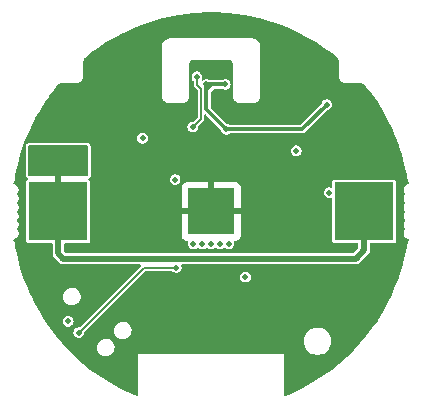
<source format=gbr>
%TF.GenerationSoftware,KiCad,Pcbnew,7.0.6-7.0.6~ubuntu23.04.1*%
%TF.CreationDate,2023-08-08T21:58:14-04:00*%
%TF.ProjectId,EnviroPuck,456e7669-726f-4507-9563-6b2e6b696361,rev?*%
%TF.SameCoordinates,Original*%
%TF.FileFunction,Copper,L4,Bot*%
%TF.FilePolarity,Positive*%
%FSLAX46Y46*%
G04 Gerber Fmt 4.6, Leading zero omitted, Abs format (unit mm)*
G04 Created by KiCad (PCBNEW 7.0.6-7.0.6~ubuntu23.04.1) date 2023-08-08 21:58:14*
%MOMM*%
%LPD*%
G01*
G04 APERTURE LIST*
%TA.AperFunction,SMDPad,CuDef*%
%ADD10R,5.000000X5.000000*%
%TD*%
%TA.AperFunction,SMDPad,CuDef*%
%ADD11R,4.000000X4.000000*%
%TD*%
%TA.AperFunction,ViaPad*%
%ADD12C,0.500000*%
%TD*%
%TA.AperFunction,Conductor*%
%ADD13C,0.150000*%
%TD*%
%TA.AperFunction,Conductor*%
%ADD14C,0.300000*%
%TD*%
%TA.AperFunction,Conductor*%
%ADD15C,0.550000*%
%TD*%
G04 APERTURE END LIST*
D10*
%TO.P,BT1,1,+*%
%TO.N,Net-(BT1-+)*%
X12950000Y0D03*
X-12950000Y0D03*
D11*
%TO.P,BT1,2,-*%
%TO.N,GND*%
X0Y0D03*
%TD*%
D12*
%TO.N,GND*%
X-13000000Y-5000000D03*
X13000000Y-5000000D03*
X13000000Y5000000D03*
%TO.N,/~{RST}*%
X-11200000Y-10250000D03*
X-2950000Y-4750000D03*
%TO.N,GND*%
X-10250000Y-11050000D03*
%TO.N,+BATT*%
X-12100000Y-9300000D03*
%TO.N,GND*%
X4050000Y5650000D03*
X1550000Y5650000D03*
%TO.N,/VDD_BME680*%
X9800000Y9050000D03*
%TO.N,GND*%
X8150000Y5150000D03*
%TO.N,+BATT*%
X7200000Y5150000D03*
%TO.N,GND*%
X7850000Y11100000D03*
X2200000Y8700000D03*
%TO.N,/VDD_BME680*%
X1300000Y6950000D03*
X1200000Y10750000D03*
X-400000Y10750000D03*
%TO.N,GND*%
X400000Y11400000D03*
%TO.N,/MISO*%
X-1200000Y11400000D03*
X-1550000Y7150000D03*
%TO.N,+BATT*%
X2900000Y-5550000D03*
%TO.N,GND*%
X6050000Y-950000D03*
X-5800000Y-950000D03*
%TO.N,+BATT*%
X10000498Y1600000D03*
%TO.N,GND*%
X6150000Y-10750000D03*
X6150000Y-11550000D03*
X-5750000Y-11550000D03*
%TO.N,+BATT*%
X-3050000Y2700000D03*
%TO.N,GND*%
X-6000000Y1300000D03*
%TO.N,+BATT*%
X-5800000Y6200000D03*
%TO.N,GND*%
X-5800000Y4300000D03*
%TO.N,Net-(BT1-+)*%
X-13000000Y4000000D03*
X-14000000Y4000000D03*
X-15000000Y4000000D03*
X-15000000Y5000000D03*
X-11000000Y5000000D03*
X-11000000Y4000000D03*
X-12000000Y4000000D03*
X-12000000Y5000000D03*
X-13000000Y5000000D03*
X-14000000Y5000000D03*
%TO.N,*%
X1500000Y-2750000D03*
X750000Y-2750000D03*
X0Y-2750000D03*
X-750000Y-2750000D03*
X-1500000Y-2750000D03*
%TD*%
D13*
%TO.N,/MISO*%
X-1550000Y7150000D02*
X-850000Y7850000D01*
X-1200000Y10700000D02*
X-1200000Y11400000D01*
X-850000Y7850000D02*
X-850000Y10350000D01*
X-850000Y10350000D02*
X-1200000Y10700000D01*
%TO.N,/~{RST}*%
X-5700000Y-4750000D02*
X-11200000Y-10250000D01*
X-2950000Y-4750000D02*
X-5700000Y-4750000D01*
D14*
%TO.N,/VDD_BME680*%
X9800000Y9050000D02*
X7700000Y6950000D01*
X7700000Y6950000D02*
X1300000Y6950000D01*
X200000Y10750000D02*
X1200000Y10750000D01*
X100000Y10750000D02*
X-400000Y10250000D01*
X-400000Y10750000D02*
X200000Y10750000D01*
X-400000Y8650000D02*
X-400000Y10250000D01*
X-400000Y10250000D02*
X-400000Y10750000D01*
X200000Y10750000D02*
X100000Y10750000D01*
X1300000Y6950000D02*
X-400000Y8650000D01*
D15*
%TO.N,Net-(BT1-+)*%
X-12950000Y0D02*
X-12950000Y-3550000D01*
X-12950000Y-3550000D02*
X-12500000Y-4000000D01*
X12950000Y-3300000D02*
X12950000Y0D01*
X-12500000Y-4000000D02*
X12250000Y-4000000D01*
X12250000Y-4000000D02*
X12950000Y-3300000D01*
%TD*%
%TA.AperFunction,Conductor*%
%TO.N,Net-(BT1-+)*%
G36*
X-10426434Y5582687D02*
G01*
X-10401124Y5538850D01*
X-10400000Y5526000D01*
X-10400000Y3074000D01*
X-10417313Y3026434D01*
X-10461150Y3001124D01*
X-10474000Y3000000D01*
X-12700000Y3000000D01*
X-12700000Y0D01*
X-13200000Y0D01*
X-13200000Y3000000D01*
X-15426000Y3000000D01*
X-15473566Y3017313D01*
X-15498876Y3061150D01*
X-15500000Y3074000D01*
X-15500000Y5526000D01*
X-15482687Y5573566D01*
X-15438850Y5598876D01*
X-15426000Y5600000D01*
X-10474000Y5600000D01*
X-10426434Y5582687D01*
G37*
%TD.AperFunction*%
%TD*%
%TA.AperFunction,Conductor*%
%TO.N,GND*%
G36*
X408031Y16844493D02*
G01*
X1219603Y16805238D01*
X1221378Y16805110D01*
X1470365Y16780966D01*
X2030106Y16726689D01*
X2031840Y16726479D01*
X2835880Y16609072D01*
X2837590Y16608780D01*
X3635007Y16452666D01*
X3636679Y16452296D01*
X4425644Y16257834D01*
X4427307Y16257381D01*
X5147077Y16042597D01*
X5205913Y16025040D01*
X5207591Y16024496D01*
X5974071Y15754807D01*
X5975703Y15754188D01*
X6728253Y15447785D01*
X6729851Y15447089D01*
X7098302Y15275880D01*
X7466732Y15104680D01*
X7468335Y15103887D01*
X8187765Y14726302D01*
X8189328Y14725433D01*
X8889682Y14313525D01*
X8891189Y14312590D01*
X9570832Y13867323D01*
X9572281Y13866323D01*
X10229653Y13388715D01*
X10231033Y13387660D01*
X10649971Y13051195D01*
X10649978Y13051188D01*
X10654392Y13047644D01*
X10654393Y13047642D01*
X10672466Y13033129D01*
X10674263Y13031685D01*
X10679556Y13027433D01*
X10682627Y13024671D01*
X10730278Y12976736D01*
X10740539Y12963801D01*
X10773064Y12911788D01*
X10780201Y12896899D01*
X10800381Y12838976D01*
X10804040Y12822877D01*
X10811587Y12755583D01*
X10811817Y12751453D01*
X10811813Y12710721D01*
X10811818Y12710678D01*
X10811818Y11471471D01*
X10811863Y11470772D01*
X10811858Y11420089D01*
X10844458Y11277184D01*
X10844462Y11277173D01*
X10908051Y11145101D01*
X10908053Y11145097D01*
X10979071Y11056033D01*
X10999441Y11030487D01*
X11114045Y10939086D01*
X11114050Y10939084D01*
X11114051Y10939083D01*
X11246108Y10875485D01*
X11246112Y10875484D01*
X11246116Y10875482D01*
X11389029Y10842865D01*
X11462323Y10842867D01*
X12727073Y10842867D01*
X12731111Y10842647D01*
X12796705Y10835446D01*
X12812416Y10831960D01*
X12869154Y10812689D01*
X12883741Y10805885D01*
X12934960Y10774797D01*
X12947734Y10764993D01*
X12961024Y10752270D01*
X12991026Y10723547D01*
X12995726Y10719048D01*
X12998486Y10716100D01*
X13136421Y10551690D01*
X13137475Y10550374D01*
X13630947Y9904580D01*
X13631998Y9903133D01*
X14093552Y9234457D01*
X14094532Y9232961D01*
X14523243Y8542766D01*
X14524150Y8541224D01*
X14919016Y7831114D01*
X14919847Y7829531D01*
X15279944Y7101178D01*
X15280698Y7099556D01*
X15605184Y6354657D01*
X15605858Y6353001D01*
X15893975Y5593298D01*
X15894569Y5591611D01*
X15926296Y5493966D01*
X16117943Y4904135D01*
X16145641Y4818891D01*
X16146150Y4817185D01*
X16359981Y4031825D01*
X16585751Y3043247D01*
X16597646Y2991165D01*
X16599503Y2974689D01*
X16599503Y2899342D01*
X16634459Y2701093D01*
X16700464Y2519747D01*
X16703312Y2511922D01*
X16713891Y2493598D01*
X16739363Y2449480D01*
X16748153Y2399630D01*
X16722843Y2355793D01*
X16685810Y2339233D01*
X16657544Y2335169D01*
X16526626Y2275380D01*
X16417860Y2181135D01*
X16417855Y2181128D01*
X16340047Y2060058D01*
X16340046Y2060054D01*
X16299500Y1921968D01*
X16299500Y1778039D01*
X16340046Y1639953D01*
X16340047Y1639949D01*
X16417127Y1520011D01*
X16428279Y1470636D01*
X16417127Y1439997D01*
X16340048Y1320058D01*
X16340046Y1320054D01*
X16299500Y1181968D01*
X16299500Y1038039D01*
X16340046Y899953D01*
X16340047Y899950D01*
X16340048Y899949D01*
X16417127Y780010D01*
X16428279Y730635D01*
X16417127Y699996D01*
X16340048Y580058D01*
X16340046Y580054D01*
X16299500Y441968D01*
X16299500Y298039D01*
X16313606Y250000D01*
X16340047Y159950D01*
X16340048Y159949D01*
X16417127Y40010D01*
X16428279Y-9365D01*
X16417127Y-40004D01*
X16340048Y-159942D01*
X16340046Y-159946D01*
X16299500Y-298032D01*
X16299500Y-441961D01*
X16340046Y-580047D01*
X16340047Y-580050D01*
X16340048Y-580051D01*
X16417127Y-699990D01*
X16428279Y-749365D01*
X16417127Y-780004D01*
X16340048Y-899942D01*
X16340046Y-899946D01*
X16299500Y-1038032D01*
X16299500Y-1181961D01*
X16340046Y-1320047D01*
X16340047Y-1320051D01*
X16417127Y-1439989D01*
X16428279Y-1489364D01*
X16417127Y-1520003D01*
X16340048Y-1639942D01*
X16340046Y-1639946D01*
X16299500Y-1778032D01*
X16299500Y-1921961D01*
X16340046Y-2060047D01*
X16340047Y-2060051D01*
X16381260Y-2124179D01*
X16417857Y-2181125D01*
X16417859Y-2181126D01*
X16417860Y-2181128D01*
X16488211Y-2242087D01*
X16526627Y-2275374D01*
X16657543Y-2335162D01*
X16676804Y-2337931D01*
X16685808Y-2339226D01*
X16730426Y-2363132D01*
X16749240Y-2410125D01*
X16739363Y-2449473D01*
X16703308Y-2511922D01*
X16634457Y-2701089D01*
X16599500Y-2899337D01*
X16599499Y-2899345D01*
X16599499Y-2974686D01*
X16597642Y-2991160D01*
X16359982Y-4031821D01*
X16146153Y-4817175D01*
X16145641Y-4818889D01*
X15894569Y-5591609D01*
X15893975Y-5593296D01*
X15605858Y-6352999D01*
X15605184Y-6354655D01*
X15280698Y-7099554D01*
X15279944Y-7101176D01*
X14919847Y-7829529D01*
X14919016Y-7831112D01*
X14524150Y-8541222D01*
X14523243Y-8542764D01*
X14094532Y-9232959D01*
X14093552Y-9234455D01*
X13631998Y-9903131D01*
X13630947Y-9904578D01*
X13137631Y-10550167D01*
X13136511Y-10551562D01*
X12612584Y-11172562D01*
X12611398Y-11173900D01*
X12058057Y-11768884D01*
X12056808Y-11770164D01*
X11475392Y-12337698D01*
X11474082Y-12338916D01*
X10865902Y-12877716D01*
X10864535Y-12878869D01*
X10231044Y-13387650D01*
X10229622Y-13388736D01*
X9572304Y-13866305D01*
X9570832Y-13867321D01*
X8891201Y-14312580D01*
X8889682Y-14313523D01*
X8189328Y-14725431D01*
X8187765Y-14726300D01*
X7468335Y-15103885D01*
X7466732Y-15104678D01*
X6729872Y-15447078D01*
X6728232Y-15447792D01*
X6301905Y-15621373D01*
X6251322Y-15623275D01*
X6211350Y-15592218D01*
X6200000Y-15552836D01*
X6200000Y-12100000D01*
X-6200000Y-12100000D01*
X-6200000Y-15552835D01*
X-6217313Y-15600401D01*
X-6261150Y-15625711D01*
X-6301905Y-15621372D01*
X-6728240Y-15447789D01*
X-6729880Y-15447075D01*
X-7466734Y-15104678D01*
X-7468337Y-15103885D01*
X-8187753Y-14726307D01*
X-8189316Y-14725438D01*
X-8889676Y-14313529D01*
X-8891195Y-14312586D01*
X-9570844Y-13867315D01*
X-9572307Y-13866305D01*
X-10229638Y-13388726D01*
X-10231034Y-13387658D01*
X-10864538Y-12878869D01*
X-10865905Y-12877716D01*
X-11474084Y-12338916D01*
X-11475381Y-12337710D01*
X-12056817Y-11770157D01*
X-12058059Y-11768884D01*
X-12254060Y-11558133D01*
X-9671976Y-11558133D01*
X-9641701Y-11729826D01*
X-9572649Y-11889909D01*
X-9572648Y-11889910D01*
X-9468537Y-12029755D01*
X-9397125Y-12089677D01*
X-9334986Y-12141819D01*
X-9334985Y-12141819D01*
X-9334983Y-12141821D01*
X-9179184Y-12220066D01*
X-9009540Y-12260272D01*
X-8878933Y-12260272D01*
X-8749205Y-12245109D01*
X-8585376Y-12185480D01*
X-8439715Y-12089677D01*
X-8320073Y-11962865D01*
X-8232902Y-11811879D01*
X-8182900Y-11644860D01*
X-8172762Y-11470812D01*
X-8203037Y-11299118D01*
X-8272090Y-11139034D01*
X-8375595Y-11000003D01*
X7844571Y-11000003D01*
X7864242Y-11212303D01*
X7864243Y-11212309D01*
X7922593Y-11417383D01*
X7922596Y-11417393D01*
X8017632Y-11608252D01*
X8017636Y-11608258D01*
X8062813Y-11668082D01*
X8146128Y-11778407D01*
X8303698Y-11922052D01*
X8484981Y-12034298D01*
X8683802Y-12111321D01*
X8893390Y-12150500D01*
X9106610Y-12150500D01*
X9316198Y-12111321D01*
X9515019Y-12034298D01*
X9696302Y-11922052D01*
X9853872Y-11778407D01*
X9982366Y-11608255D01*
X10077405Y-11417389D01*
X10135756Y-11212310D01*
X10142547Y-11139030D01*
X10155429Y-11000003D01*
X10155429Y-10999996D01*
X10135757Y-10787696D01*
X10135756Y-10787690D01*
X10117553Y-10723713D01*
X10077405Y-10582611D01*
X10061945Y-10551563D01*
X9982367Y-10391747D01*
X9982363Y-10391741D01*
X9969746Y-10375034D01*
X9853872Y-10221593D01*
X9696302Y-10077948D01*
X9515019Y-9965702D01*
X9360989Y-9906031D01*
X9316201Y-9888680D01*
X9316200Y-9888679D01*
X9316198Y-9888679D01*
X9224150Y-9871472D01*
X9106613Y-9849500D01*
X9106610Y-9849500D01*
X8893390Y-9849500D01*
X8893386Y-9849500D01*
X8736669Y-9878796D01*
X8683802Y-9888679D01*
X8683800Y-9888679D01*
X8683798Y-9888680D01*
X8532627Y-9947244D01*
X8484981Y-9965702D01*
X8484976Y-9965704D01*
X8484976Y-9965705D01*
X8303700Y-10077946D01*
X8146130Y-10221590D01*
X8017636Y-10391741D01*
X8017632Y-10391747D01*
X7922596Y-10582606D01*
X7922593Y-10582616D01*
X7864243Y-10787690D01*
X7864242Y-10787696D01*
X7844571Y-10999996D01*
X7844571Y-11000003D01*
X-8375595Y-11000003D01*
X-8376201Y-10999189D01*
X-8447615Y-10939265D01*
X-8509753Y-10887124D01*
X-8665554Y-10808878D01*
X-8665558Y-10808877D01*
X-8835198Y-10768672D01*
X-8965805Y-10768672D01*
X-9095534Y-10783835D01*
X-9095538Y-10783836D01*
X-9259360Y-10843462D01*
X-9405022Y-10939265D01*
X-9524666Y-11066080D01*
X-9611836Y-11217064D01*
X-9611838Y-11217068D01*
X-9661837Y-11384077D01*
X-9661838Y-11384083D01*
X-9661838Y-11384084D01*
X-9668550Y-11499324D01*
X-9671976Y-11558133D01*
X-12254060Y-11558133D01*
X-12611400Y-11173900D01*
X-12612565Y-11172585D01*
X-13136524Y-10551550D01*
X-13137633Y-10550168D01*
X-13630956Y-9904567D01*
X-13632007Y-9903121D01*
X-14048313Y-9300000D01*
X-12555133Y-9300000D01*
X-12536698Y-9428223D01*
X-12536698Y-9428224D01*
X-12536697Y-9428226D01*
X-12482882Y-9546063D01*
X-12398049Y-9643967D01*
X-12289069Y-9714004D01*
X-12164772Y-9750500D01*
X-12035228Y-9750500D01*
X-11910931Y-9714004D01*
X-11801951Y-9643967D01*
X-11717118Y-9546063D01*
X-11663303Y-9428226D01*
X-11644867Y-9300000D01*
X-11663303Y-9171774D01*
X-11717118Y-9053937D01*
X-11801951Y-8956033D01*
X-11868968Y-8912964D01*
X-11910932Y-8885995D01*
X-12035228Y-8849500D01*
X-12164772Y-8849500D01*
X-12289069Y-8885995D01*
X-12398046Y-8956031D01*
X-12398050Y-8956034D01*
X-12482881Y-9053935D01*
X-12536698Y-9171776D01*
X-12555133Y-9300000D01*
X-14048313Y-9300000D01*
X-14093558Y-9234451D01*
X-14094538Y-9232955D01*
X-14132540Y-9171774D01*
X-14523244Y-8542764D01*
X-14524147Y-8541229D01*
X-14919022Y-7831105D01*
X-14919853Y-7829522D01*
X-15207550Y-7247610D01*
X-12545658Y-7247610D01*
X-12515383Y-7419303D01*
X-12446331Y-7579386D01*
X-12446330Y-7579387D01*
X-12342219Y-7719232D01*
X-12270807Y-7779154D01*
X-12208668Y-7831296D01*
X-12208667Y-7831296D01*
X-12208665Y-7831298D01*
X-12052866Y-7909543D01*
X-11883222Y-7949749D01*
X-11752615Y-7949749D01*
X-11622887Y-7934586D01*
X-11459058Y-7874957D01*
X-11313397Y-7779154D01*
X-11193755Y-7652342D01*
X-11106584Y-7501356D01*
X-11056582Y-7334337D01*
X-11046444Y-7160289D01*
X-11076719Y-6988595D01*
X-11145772Y-6828511D01*
X-11249883Y-6688666D01*
X-11321297Y-6628742D01*
X-11383435Y-6576601D01*
X-11539236Y-6498355D01*
X-11539240Y-6498354D01*
X-11708880Y-6458149D01*
X-11839487Y-6458149D01*
X-11969216Y-6473312D01*
X-11969220Y-6473313D01*
X-12133042Y-6532939D01*
X-12278704Y-6628742D01*
X-12398348Y-6755557D01*
X-12485518Y-6906541D01*
X-12485520Y-6906545D01*
X-12535519Y-7073554D01*
X-12535520Y-7073560D01*
X-12535520Y-7073561D01*
X-12537128Y-7101176D01*
X-12545658Y-7247610D01*
X-15207550Y-7247610D01*
X-15279946Y-7101177D01*
X-15280700Y-7099555D01*
X-15329035Y-6988595D01*
X-15605192Y-6354639D01*
X-15605855Y-6353012D01*
X-15893977Y-5593296D01*
X-15894565Y-5591628D01*
X-16145651Y-4818863D01*
X-16146144Y-4817214D01*
X-16359978Y-4031840D01*
X-16475843Y-3524500D01*
X-16597643Y-2991173D01*
X-16599500Y-2974697D01*
X-16599500Y-2899345D01*
X-16599501Y-2899337D01*
X-16634458Y-2701088D01*
X-16638906Y-2688867D01*
X-16703311Y-2511918D01*
X-16739364Y-2449473D01*
X-16748153Y-2399625D01*
X-16722843Y-2355788D01*
X-16685808Y-2339228D01*
X-16657543Y-2335165D01*
X-16526627Y-2275377D01*
X-16417857Y-2181128D01*
X-16340047Y-2060053D01*
X-16299501Y-1921963D01*
X-16299500Y-1921963D01*
X-16299500Y-1778036D01*
X-16299501Y-1778035D01*
X-16308789Y-1746403D01*
X-16340047Y-1639947D01*
X-16417128Y-1520006D01*
X-16428280Y-1470631D01*
X-16417131Y-1439997D01*
X-16340047Y-1320053D01*
X-16299501Y-1181963D01*
X-16299500Y-1181963D01*
X-16299500Y-1038036D01*
X-16299501Y-1038035D01*
X-16308789Y-1006403D01*
X-16340047Y-899947D01*
X-16417129Y-780005D01*
X-16428280Y-730632D01*
X-16417128Y-699993D01*
X-16340048Y-580054D01*
X-16340049Y-580054D01*
X-16340047Y-580053D01*
X-16299501Y-441963D01*
X-16299500Y-441963D01*
X-16299500Y-298036D01*
X-16299501Y-298035D01*
X-16313605Y-250000D01*
X-16340047Y-159947D01*
X-16417129Y-40005D01*
X-16428280Y9368D01*
X-16417128Y40007D01*
X-16340048Y159946D01*
X-16340049Y159946D01*
X-16340047Y159947D01*
X-16299501Y298037D01*
X-16299500Y298037D01*
X-16299500Y441964D01*
X-16299501Y441965D01*
X-16308789Y473597D01*
X-16340047Y580053D01*
X-16417129Y699995D01*
X-16428280Y749368D01*
X-16417128Y780007D01*
X-16340048Y899946D01*
X-16340049Y899946D01*
X-16340047Y899947D01*
X-16299501Y1038037D01*
X-16299500Y1038037D01*
X-16299500Y1181964D01*
X-16299501Y1181965D01*
X-16321250Y1256035D01*
X-16340047Y1320053D01*
X-16417128Y1439994D01*
X-16428280Y1489369D01*
X-16417131Y1520003D01*
X-16340047Y1639947D01*
X-16299501Y1778037D01*
X-16299500Y1778037D01*
X-16299500Y1921964D01*
X-16299501Y1921965D01*
X-16326526Y2014004D01*
X-16340047Y2060053D01*
X-16417857Y2181128D01*
X-16417860Y2181131D01*
X-16417861Y2181132D01*
X-16526627Y2275377D01*
X-16566676Y2293667D01*
X-16657543Y2335165D01*
X-16657545Y2335166D01*
X-16657546Y2335166D01*
X-16685808Y2339229D01*
X-16730426Y2363135D01*
X-16749240Y2410128D01*
X-16739363Y2449475D01*
X-16703309Y2511921D01*
X-16634457Y2701092D01*
X-16599500Y2899344D01*
X-16599500Y2974690D01*
X-16597643Y2991165D01*
X-16585750Y3043239D01*
X-16579749Y3069518D01*
X-15705500Y3069518D01*
X-15705109Y3060559D01*
X-15703595Y3043247D01*
X-15703593Y3043239D01*
X-15676843Y2958398D01*
X-15676842Y2958396D01*
X-15651531Y2914558D01*
X-15620681Y2873829D01*
X-15620680Y2873829D01*
X-15620678Y2873826D01*
X-15543853Y2824207D01*
X-15539835Y2822745D01*
X-15501056Y2790210D01*
X-15492263Y2740361D01*
X-15517570Y2696522D01*
X-15524026Y2691678D01*
X-15594552Y2644552D01*
X-15594553Y2644551D01*
X-15638867Y2578233D01*
X-15650500Y2519747D01*
X-15650500Y-2519746D01*
X-15638867Y-2578232D01*
X-15621154Y-2604740D01*
X-15594552Y-2644552D01*
X-15550440Y-2674027D01*
X-15528233Y-2688866D01*
X-15528232Y-2688866D01*
X-15528231Y-2688867D01*
X-15469748Y-2700500D01*
X-13499500Y-2700500D01*
X-13451934Y-2717813D01*
X-13426624Y-2761650D01*
X-13425500Y-2774500D01*
X-13425500Y-3490915D01*
X-13427191Y-3506644D01*
X-13429167Y-3515724D01*
X-13429167Y-3515729D01*
X-13425594Y-3565687D01*
X-13425500Y-3568309D01*
X-13425500Y-3584012D01*
X-13423266Y-3599555D01*
X-13422984Y-3602179D01*
X-13419412Y-3652112D01*
X-13419412Y-3652113D01*
X-13416166Y-3660816D01*
X-13412255Y-3676138D01*
X-13410932Y-3685337D01*
X-13410929Y-3685349D01*
X-13390132Y-3730888D01*
X-13389121Y-3733328D01*
X-13371630Y-3780225D01*
X-13371629Y-3780226D01*
X-13366058Y-3787669D01*
X-13357989Y-3801268D01*
X-13354130Y-3809718D01*
X-13321346Y-3847553D01*
X-13319689Y-3849610D01*
X-13310279Y-3862180D01*
X-13310277Y-3862182D01*
X-13299176Y-3873283D01*
X-13297375Y-3875218D01*
X-13264593Y-3913052D01*
X-13264591Y-3913053D01*
X-13264589Y-3913055D01*
X-13256775Y-3918077D01*
X-13244456Y-3928003D01*
X-12878005Y-4294454D01*
X-12868079Y-4306772D01*
X-12863059Y-4314583D01*
X-12863055Y-4314589D01*
X-12825210Y-4347382D01*
X-12823285Y-4349174D01*
X-12812179Y-4360280D01*
X-12799612Y-4369687D01*
X-12797554Y-4371346D01*
X-12764321Y-4400141D01*
X-12759718Y-4404130D01*
X-12751268Y-4407989D01*
X-12737667Y-4416059D01*
X-12733144Y-4419445D01*
X-12730228Y-4421628D01*
X-12730227Y-4421628D01*
X-12730226Y-4421629D01*
X-12683296Y-4439132D01*
X-12680893Y-4440128D01*
X-12635342Y-4460931D01*
X-12626143Y-4462253D01*
X-12610814Y-4466166D01*
X-12602115Y-4469411D01*
X-12552165Y-4472983D01*
X-12549588Y-4473260D01*
X-12536189Y-4475186D01*
X-12534019Y-4475499D01*
X-12534017Y-4475499D01*
X-12534011Y-4475500D01*
X-12518310Y-4475500D01*
X-12515689Y-4475593D01*
X-12465729Y-4479167D01*
X-12460086Y-4477939D01*
X-12456645Y-4477191D01*
X-12440915Y-4475500D01*
X-5993769Y-4475500D01*
X-5946203Y-4492813D01*
X-5920893Y-4536650D01*
X-5929683Y-4586500D01*
X-5941443Y-4601826D01*
X-11117442Y-9777826D01*
X-11163318Y-9799218D01*
X-11169768Y-9799500D01*
X-11264772Y-9799500D01*
X-11389069Y-9835995D01*
X-11498046Y-9906031D01*
X-11498050Y-9906034D01*
X-11582881Y-10003935D01*
X-11636698Y-10121776D01*
X-11655133Y-10250000D01*
X-11636698Y-10378223D01*
X-11636698Y-10378224D01*
X-11636697Y-10378226D01*
X-11582882Y-10496063D01*
X-11498049Y-10593967D01*
X-11389069Y-10664004D01*
X-11264772Y-10700500D01*
X-11135228Y-10700500D01*
X-11010931Y-10664004D01*
X-10901951Y-10593967D01*
X-10817118Y-10496063D01*
X-10763303Y-10378226D01*
X-10744867Y-10250000D01*
X-10747832Y-10229381D01*
X-10737465Y-10179837D01*
X-10726915Y-10166529D01*
X-10681678Y-10121292D01*
X-8235135Y-10121292D01*
X-8204860Y-10292985D01*
X-8135808Y-10453068D01*
X-8135807Y-10453069D01*
X-8031696Y-10592914D01*
X-7960284Y-10652836D01*
X-7898145Y-10704978D01*
X-7898144Y-10704978D01*
X-7898142Y-10704980D01*
X-7742343Y-10783225D01*
X-7572699Y-10823431D01*
X-7442092Y-10823431D01*
X-7312364Y-10808268D01*
X-7148535Y-10748639D01*
X-7002874Y-10652836D01*
X-6883232Y-10526024D01*
X-6796061Y-10375038D01*
X-6746059Y-10208019D01*
X-6735921Y-10033971D01*
X-6766196Y-9862277D01*
X-6835249Y-9702193D01*
X-6939360Y-9562348D01*
X-7010774Y-9502424D01*
X-7072912Y-9450283D01*
X-7228713Y-9372037D01*
X-7228717Y-9372036D01*
X-7398357Y-9331831D01*
X-7528964Y-9331831D01*
X-7658693Y-9346994D01*
X-7658697Y-9346995D01*
X-7822519Y-9406621D01*
X-7968181Y-9502424D01*
X-8087825Y-9629239D01*
X-8174995Y-9780223D01*
X-8174997Y-9780227D01*
X-8224996Y-9947236D01*
X-8224997Y-9947244D01*
X-8235135Y-10121292D01*
X-10681678Y-10121292D01*
X-6110384Y-5549999D01*
X2444867Y-5549999D01*
X2463302Y-5678223D01*
X2463302Y-5678224D01*
X2463303Y-5678226D01*
X2517118Y-5796063D01*
X2601951Y-5893967D01*
X2710931Y-5964004D01*
X2835228Y-6000500D01*
X2964772Y-6000500D01*
X3089069Y-5964004D01*
X3198049Y-5893967D01*
X3282882Y-5796063D01*
X3336697Y-5678226D01*
X3355133Y-5550000D01*
X3336697Y-5421774D01*
X3282882Y-5303937D01*
X3198049Y-5206033D01*
X3131032Y-5162964D01*
X3089068Y-5135995D01*
X2964772Y-5099500D01*
X2835228Y-5099500D01*
X2710931Y-5135995D01*
X2601954Y-5206031D01*
X2601950Y-5206034D01*
X2517119Y-5303935D01*
X2463302Y-5421776D01*
X2444867Y-5549999D01*
X-6110384Y-5549999D01*
X-5607559Y-5047174D01*
X-5561682Y-5025782D01*
X-5555232Y-5025500D01*
X-3341170Y-5025500D01*
X-3293604Y-5042813D01*
X-3285244Y-5051041D01*
X-3248053Y-5093963D01*
X-3248052Y-5093964D01*
X-3248049Y-5093967D01*
X-3139069Y-5164004D01*
X-3014772Y-5200500D01*
X-2885228Y-5200500D01*
X-2760931Y-5164004D01*
X-2651951Y-5093967D01*
X-2567118Y-4996063D01*
X-2513303Y-4878226D01*
X-2494867Y-4750000D01*
X-2513303Y-4621774D01*
X-2532272Y-4580240D01*
X-2536282Y-4529781D01*
X-2506920Y-4488548D01*
X-2464958Y-4475500D01*
X12190915Y-4475500D01*
X12206645Y-4477191D01*
X12212275Y-4478415D01*
X12215729Y-4479167D01*
X12265688Y-4475593D01*
X12268310Y-4475500D01*
X12284007Y-4475500D01*
X12284011Y-4475500D01*
X12299583Y-4473260D01*
X12302166Y-4472983D01*
X12352115Y-4469411D01*
X12360819Y-4466164D01*
X12376142Y-4462253D01*
X12385342Y-4460931D01*
X12430889Y-4440129D01*
X12433306Y-4439127D01*
X12480226Y-4421629D01*
X12487668Y-4416057D01*
X12501266Y-4407989D01*
X12509718Y-4404130D01*
X12547567Y-4371332D01*
X12549588Y-4369704D01*
X12562180Y-4360279D01*
X12573296Y-4349161D01*
X12575206Y-4347383D01*
X12613055Y-4314589D01*
X12618078Y-4306771D01*
X12628000Y-4294457D01*
X13244453Y-3678003D01*
X13256772Y-3668078D01*
X13264589Y-3663055D01*
X13297401Y-3625185D01*
X13299167Y-3623289D01*
X13310278Y-3612180D01*
X13319703Y-3599588D01*
X13321319Y-3597583D01*
X13354130Y-3559718D01*
X13357988Y-3551268D01*
X13366059Y-3537664D01*
X13371628Y-3530227D01*
X13389126Y-3483309D01*
X13390126Y-3480896D01*
X13410931Y-3435342D01*
X13412253Y-3426141D01*
X13416167Y-3410810D01*
X13419411Y-3402115D01*
X13422982Y-3352172D01*
X13423264Y-3349556D01*
X13425500Y-3334011D01*
X13425500Y-3318299D01*
X13425593Y-3315681D01*
X13429166Y-3265730D01*
X13427190Y-3256646D01*
X13425500Y-3240930D01*
X13425500Y-2774500D01*
X13442813Y-2726934D01*
X13486650Y-2701624D01*
X13499500Y-2700500D01*
X15469746Y-2700500D01*
X15469748Y-2700500D01*
X15528231Y-2688867D01*
X15594552Y-2644552D01*
X15638867Y-2578231D01*
X15650500Y-2519748D01*
X15650500Y2519748D01*
X15638867Y2578231D01*
X15594552Y2644552D01*
X15572343Y2659392D01*
X15528232Y2688867D01*
X15528233Y2688867D01*
X15498989Y2694684D01*
X15469748Y2700500D01*
X10430252Y2700500D01*
X10401010Y2694684D01*
X10371767Y2688867D01*
X10305449Y2644553D01*
X10305447Y2644551D01*
X10261133Y2578233D01*
X10249499Y2519747D01*
X10249500Y2095259D01*
X10232187Y2047693D01*
X10188350Y2022383D01*
X10154652Y2024256D01*
X10065270Y2050500D01*
X9935726Y2050500D01*
X9811429Y2014005D01*
X9702452Y1943969D01*
X9702448Y1943966D01*
X9617617Y1846065D01*
X9563800Y1728224D01*
X9545365Y1600000D01*
X9563800Y1471777D01*
X9563800Y1471776D01*
X9563801Y1471774D01*
X9617616Y1353937D01*
X9702449Y1256033D01*
X9811429Y1185996D01*
X9935726Y1149500D01*
X10065273Y1149500D01*
X10065273Y1149501D01*
X10154652Y1175744D01*
X10205169Y1172534D01*
X10241804Y1137603D01*
X10249500Y1104742D01*
X10249500Y-2519746D01*
X10261133Y-2578232D01*
X10278846Y-2604740D01*
X10305448Y-2644552D01*
X10349560Y-2674027D01*
X10371767Y-2688866D01*
X10371768Y-2688866D01*
X10371769Y-2688867D01*
X10430252Y-2700500D01*
X12400500Y-2700500D01*
X12448066Y-2717813D01*
X12473376Y-2761650D01*
X12474500Y-2774500D01*
X12474500Y-3072388D01*
X12457187Y-3119954D01*
X12452826Y-3124714D01*
X12074715Y-3502826D01*
X12028839Y-3524218D01*
X12022389Y-3524500D01*
X-12272389Y-3524500D01*
X-12319955Y-3507187D01*
X-12324715Y-3502826D01*
X-12452827Y-3374714D01*
X-12474219Y-3328838D01*
X-12474501Y-3322388D01*
X-12474500Y-2774500D01*
X-12457187Y-2726934D01*
X-12413350Y-2701624D01*
X-12400500Y-2700500D01*
X-10430254Y-2700500D01*
X-10430252Y-2700500D01*
X-10371769Y-2688867D01*
X-10305448Y-2644552D01*
X-10261133Y-2578231D01*
X-10249500Y-2519748D01*
X-10249500Y-250000D01*
X-2500000Y-250000D01*
X-2500000Y-2047828D01*
X-2493598Y-2107375D01*
X-2493597Y-2107380D01*
X-2443355Y-2242087D01*
X-2443354Y-2242088D01*
X-2357189Y-2357188D01*
X-2242089Y-2443353D01*
X-2242088Y-2443354D01*
X-2107381Y-2493596D01*
X-2107376Y-2493597D01*
X-2047829Y-2500000D01*
X-1996231Y-2500000D01*
X-1948665Y-2517313D01*
X-1923355Y-2561150D01*
X-1928918Y-2604740D01*
X-1936698Y-2621774D01*
X-1955133Y-2749999D01*
X-1936698Y-2878223D01*
X-1936698Y-2878224D01*
X-1936697Y-2878226D01*
X-1882882Y-2996063D01*
X-1798049Y-3093967D01*
X-1689069Y-3164004D01*
X-1564772Y-3200500D01*
X-1435228Y-3200500D01*
X-1310931Y-3164004D01*
X-1201951Y-3093967D01*
X-1180926Y-3069701D01*
X-1136696Y-3045091D01*
X-1086991Y-3054669D01*
X-1069076Y-3069701D01*
X-1048054Y-3093962D01*
X-1048053Y-3093963D01*
X-1048049Y-3093967D01*
X-939069Y-3164004D01*
X-814772Y-3200500D01*
X-685228Y-3200500D01*
X-560931Y-3164004D01*
X-451951Y-3093967D01*
X-430926Y-3069701D01*
X-386696Y-3045091D01*
X-336991Y-3054669D01*
X-319076Y-3069701D01*
X-298054Y-3093962D01*
X-298053Y-3093963D01*
X-298049Y-3093967D01*
X-189069Y-3164004D01*
X-64772Y-3200500D01*
X64772Y-3200500D01*
X189069Y-3164004D01*
X298049Y-3093967D01*
X319074Y-3069701D01*
X363304Y-3045091D01*
X413009Y-3054669D01*
X430924Y-3069701D01*
X451946Y-3093962D01*
X451947Y-3093963D01*
X451951Y-3093967D01*
X560931Y-3164004D01*
X685228Y-3200500D01*
X814772Y-3200500D01*
X939069Y-3164004D01*
X1048049Y-3093967D01*
X1069074Y-3069701D01*
X1113304Y-3045091D01*
X1163009Y-3054669D01*
X1180924Y-3069701D01*
X1201946Y-3093962D01*
X1201947Y-3093963D01*
X1201951Y-3093967D01*
X1310931Y-3164004D01*
X1435228Y-3200500D01*
X1564772Y-3200500D01*
X1689069Y-3164004D01*
X1798049Y-3093967D01*
X1882882Y-2996063D01*
X1936697Y-2878226D01*
X1955133Y-2750000D01*
X1936697Y-2621774D01*
X1928918Y-2604740D01*
X1924907Y-2554280D01*
X1954269Y-2513048D01*
X1996231Y-2500000D01*
X2047829Y-2500000D01*
X2107375Y-2493597D01*
X2107380Y-2493596D01*
X2242087Y-2443354D01*
X2242088Y-2443353D01*
X2357188Y-2357188D01*
X2443353Y-2242088D01*
X2443354Y-2242087D01*
X2493596Y-2107380D01*
X2493597Y-2107375D01*
X2500000Y-2047828D01*
X2500000Y-250000D01*
X-2500000Y-250000D01*
X-10249500Y-250000D01*
X-10249500Y250000D01*
X-2500000Y250000D01*
X-250000Y250000D01*
X-250000Y2500000D01*
X250000Y2500000D01*
X250000Y250000D01*
X2500000Y250000D01*
X2500000Y2047829D01*
X2493597Y2107376D01*
X2493596Y2107381D01*
X2443354Y2242088D01*
X2443353Y2242089D01*
X2357188Y2357189D01*
X2242088Y2443354D01*
X2242087Y2443355D01*
X2107380Y2493597D01*
X2107375Y2493598D01*
X2047829Y2500000D01*
X250000Y2500000D01*
X-250000Y2500000D01*
X-2047829Y2500000D01*
X-2107376Y2493598D01*
X-2107381Y2493597D01*
X-2242088Y2443355D01*
X-2242089Y2443354D01*
X-2357189Y2357189D01*
X-2443354Y2242089D01*
X-2443355Y2242088D01*
X-2493597Y2107381D01*
X-2493598Y2107376D01*
X-2500000Y2047829D01*
X-2500000Y250000D01*
X-10249500Y250000D01*
X-10249500Y2519748D01*
X-10261133Y2578231D01*
X-10305448Y2644552D01*
X-10305794Y2644783D01*
X-10375753Y2691530D01*
X-10381964Y2700001D01*
X-3505133Y2700001D01*
X-3486698Y2571777D01*
X-3486698Y2571776D01*
X-3486697Y2571774D01*
X-3432882Y2453937D01*
X-3348049Y2356033D01*
X-3239069Y2285996D01*
X-3114772Y2249500D01*
X-2985228Y2249500D01*
X-2860931Y2285996D01*
X-2751951Y2356033D01*
X-2667118Y2453937D01*
X-2613303Y2571774D01*
X-2594867Y2700000D01*
X-2613303Y2828226D01*
X-2667118Y2946063D01*
X-2751951Y3043967D01*
X-2818968Y3087036D01*
X-2860932Y3114005D01*
X-2985228Y3150500D01*
X-3114772Y3150500D01*
X-3239069Y3114005D01*
X-3348046Y3043969D01*
X-3348050Y3043966D01*
X-3432881Y2946065D01*
X-3486698Y2828224D01*
X-3505133Y2700001D01*
X-10381964Y2700001D01*
X-10405684Y2732352D01*
X-10402372Y2782863D01*
X-10367368Y2819427D01*
X-10361776Y2821672D01*
X-10358407Y2823155D01*
X-10358398Y2823157D01*
X-10314561Y2848467D01*
X-10273826Y2879322D01*
X-10224207Y2956147D01*
X-10206894Y3003713D01*
X-10194500Y3074000D01*
X-10194500Y5150000D01*
X6744867Y5150000D01*
X6763302Y5021777D01*
X6763302Y5021776D01*
X6763303Y5021774D01*
X6817118Y4903937D01*
X6901951Y4806033D01*
X7010931Y4735996D01*
X7135228Y4699500D01*
X7264772Y4699500D01*
X7389069Y4735996D01*
X7498049Y4806033D01*
X7582882Y4903937D01*
X7636697Y5021774D01*
X7655133Y5150000D01*
X7636697Y5278226D01*
X7582882Y5396063D01*
X7498049Y5493967D01*
X7427290Y5539441D01*
X7389068Y5564005D01*
X7264772Y5600500D01*
X7135228Y5600500D01*
X7010931Y5564005D01*
X6901954Y5493969D01*
X6901950Y5493966D01*
X6817119Y5396065D01*
X6763302Y5278224D01*
X6744867Y5150000D01*
X-10194500Y5150000D01*
X-10194500Y5530483D01*
X-10194891Y5539441D01*
X-10196406Y5556757D01*
X-10223157Y5641602D01*
X-10248467Y5685439D01*
X-10275159Y5720678D01*
X-10279320Y5726172D01*
X-10279321Y5726173D01*
X-10279322Y5726174D01*
X-10356147Y5775793D01*
X-10356150Y5775794D01*
X-10356151Y5775795D01*
X-10403714Y5793107D01*
X-10473997Y5805500D01*
X-10474000Y5805500D01*
X-15430483Y5805500D01*
X-15439441Y5805109D01*
X-15456754Y5803595D01*
X-15456762Y5803593D01*
X-15541603Y5776843D01*
X-15541605Y5776842D01*
X-15585443Y5751531D01*
X-15626172Y5720681D01*
X-15626174Y5720679D01*
X-15626174Y5720678D01*
X-15634501Y5707785D01*
X-15675795Y5643850D01*
X-15675795Y5643849D01*
X-15693107Y5596287D01*
X-15705500Y5526004D01*
X-15705500Y3069518D01*
X-16579749Y3069518D01*
X-16359979Y4031837D01*
X-16146141Y4817227D01*
X-16145655Y4818853D01*
X-15894561Y5591643D01*
X-15893977Y5593298D01*
X-15892843Y5596287D01*
X-15663885Y6200000D01*
X-6255133Y6200000D01*
X-6236698Y6071777D01*
X-6236698Y6071776D01*
X-6236697Y6071774D01*
X-6182882Y5953937D01*
X-6098049Y5856033D01*
X-5989069Y5785996D01*
X-5864772Y5749500D01*
X-5735228Y5749500D01*
X-5610931Y5785996D01*
X-5501951Y5856033D01*
X-5417118Y5953937D01*
X-5363303Y6071774D01*
X-5344867Y6200000D01*
X-5363303Y6328226D01*
X-5417118Y6446063D01*
X-5501951Y6543967D01*
X-5581295Y6594958D01*
X-5610932Y6614005D01*
X-5735228Y6650500D01*
X-5864772Y6650500D01*
X-5989069Y6614005D01*
X-6098046Y6543969D01*
X-6098050Y6543966D01*
X-6182881Y6446065D01*
X-6236698Y6328224D01*
X-6255133Y6200000D01*
X-15663885Y6200000D01*
X-15605849Y6353028D01*
X-15605199Y6354627D01*
X-15280690Y7099580D01*
X-15279946Y7101179D01*
X-15255809Y7149999D01*
X-15255808Y7150001D01*
X-2005133Y7150001D01*
X-1986698Y7021777D01*
X-1986698Y7021776D01*
X-1986697Y7021774D01*
X-1932882Y6903937D01*
X-1848049Y6806033D01*
X-1739069Y6735996D01*
X-1614772Y6699500D01*
X-1485228Y6699500D01*
X-1360931Y6735996D01*
X-1251951Y6806033D01*
X-1167118Y6903937D01*
X-1113303Y7021774D01*
X-1094867Y7150000D01*
X-1097832Y7170619D01*
X-1087465Y7220163D01*
X-1076915Y7233471D01*
X-679530Y7630857D01*
X-668327Y7640051D01*
X-651376Y7651376D01*
X-590485Y7742505D01*
X-574500Y7822867D01*
X-574500Y7822872D01*
X-569104Y7850000D01*
X-573081Y7869993D01*
X-574500Y7884406D01*
X-574500Y8150166D01*
X-557187Y8197732D01*
X-513350Y8223042D01*
X-463500Y8214252D01*
X-448174Y8202492D01*
X834260Y6920058D01*
X855181Y6878263D01*
X863302Y6821777D01*
X863302Y6821776D01*
X863303Y6821774D01*
X917118Y6703937D01*
X1001951Y6606033D01*
X1110931Y6535996D01*
X1235228Y6499500D01*
X1364772Y6499500D01*
X1489069Y6535996D01*
X1569605Y6587754D01*
X1609611Y6599500D01*
X7655975Y6599500D01*
X7671159Y6597926D01*
X7685315Y6594957D01*
X7719481Y6599217D01*
X7724061Y6599500D01*
X7729035Y6599500D01*
X7729040Y6599500D01*
X7750540Y6603088D01*
X7801393Y6609427D01*
X7801401Y6609432D01*
X7807268Y6611177D01*
X7807371Y6610830D01*
X7809696Y6611575D01*
X7809579Y6611916D01*
X7815379Y6613908D01*
X7815381Y6613908D01*
X7837912Y6626102D01*
X7860445Y6638296D01*
X7906484Y6660802D01*
X7911476Y6664366D01*
X7911684Y6664074D01*
X7913640Y6665532D01*
X7913419Y6665816D01*
X7918253Y6669580D01*
X7918258Y6669582D01*
X7952957Y6707276D01*
X9824477Y8578796D01*
X9860100Y8596624D01*
X9859694Y8598009D01*
X9864772Y8599500D01*
X9989069Y8635996D01*
X10098049Y8706033D01*
X10182882Y8803937D01*
X10236697Y8921774D01*
X10255133Y9050000D01*
X10236697Y9178226D01*
X10182882Y9296063D01*
X10098049Y9393967D01*
X9991551Y9462409D01*
X9989068Y9464005D01*
X9864772Y9500500D01*
X9735228Y9500500D01*
X9610931Y9464005D01*
X9501954Y9393969D01*
X9501950Y9393966D01*
X9417119Y9296065D01*
X9363302Y9178224D01*
X9355181Y9121739D01*
X9334260Y9079944D01*
X7576492Y7322174D01*
X7530616Y7300782D01*
X7524166Y7300500D01*
X1609611Y7300500D01*
X1569605Y7312247D01*
X1489069Y7364004D01*
X1364772Y7400500D01*
X1359694Y7401991D01*
X1360099Y7403373D01*
X1324476Y7421206D01*
X-27826Y8773508D01*
X-49218Y8819384D01*
X-49500Y8825834D01*
X-49500Y10074168D01*
X-32187Y10121734D01*
X-27837Y10126483D01*
X223506Y10377826D01*
X269384Y10399218D01*
X275833Y10399500D01*
X890389Y10399500D01*
X930394Y10387754D01*
X1010931Y10335996D01*
X1135228Y10299500D01*
X1264772Y10299500D01*
X1389069Y10335996D01*
X1498049Y10406033D01*
X1582882Y10503937D01*
X1636697Y10621774D01*
X1655133Y10750000D01*
X1636697Y10878226D01*
X1582882Y10996063D01*
X1498049Y11093967D01*
X1418478Y11145104D01*
X1389068Y11164005D01*
X1264772Y11200500D01*
X1135228Y11200500D01*
X1010933Y11164005D01*
X1010931Y11164005D01*
X1010931Y11164004D01*
X930394Y11112247D01*
X890389Y11100500D01*
X144025Y11100500D01*
X128840Y11102075D01*
X114685Y11105043D01*
X80518Y11100784D01*
X75939Y11100500D01*
X-90389Y11100500D01*
X-130395Y11112247D01*
X-210931Y11164004D01*
X-335228Y11200500D01*
X-464772Y11200500D01*
X-589069Y11164005D01*
X-693333Y11096998D01*
X-742708Y11085846D01*
X-787700Y11109041D01*
X-807256Y11155730D01*
X-800652Y11189992D01*
X-763303Y11271774D01*
X-762525Y11277184D01*
X-744867Y11400000D01*
X-763303Y11528226D01*
X-817118Y11646063D01*
X-901951Y11743967D01*
X-968968Y11787036D01*
X-1010932Y11814005D01*
X-1135228Y11850500D01*
X-1264772Y11850500D01*
X-1389069Y11814005D01*
X-1498046Y11743969D01*
X-1498050Y11743966D01*
X-1582881Y11646065D01*
X-1636698Y11528224D01*
X-1655133Y11400000D01*
X-1636698Y11271777D01*
X-1636698Y11271776D01*
X-1636697Y11271774D01*
X-1582882Y11153937D01*
X-1498049Y11056033D01*
X-1498048Y11056032D01*
X-1494583Y11052034D01*
X-1496468Y11050402D01*
X-1476432Y11014405D01*
X-1475500Y11002700D01*
X-1475500Y10734421D01*
X-1476922Y10719985D01*
X-1480897Y10700001D01*
X-1480898Y10700000D01*
X-1479245Y10691693D01*
X-1475500Y10672868D01*
X-1475500Y10672867D01*
X-1459515Y10592505D01*
X-1400335Y10503936D01*
X-1398623Y10501375D01*
X-1381686Y10490058D01*
X-1370471Y10480855D01*
X-1147174Y10257558D01*
X-1125782Y10211682D01*
X-1125500Y10205232D01*
X-1125500Y7994768D01*
X-1142813Y7947202D01*
X-1147174Y7942442D01*
X-1467442Y7622174D01*
X-1513318Y7600782D01*
X-1519768Y7600500D01*
X-1614772Y7600500D01*
X-1739069Y7564005D01*
X-1848046Y7493969D01*
X-1848050Y7493966D01*
X-1932881Y7396065D01*
X-1986698Y7278224D01*
X-2005133Y7150001D01*
X-15255808Y7150001D01*
X-14919845Y7829541D01*
X-14919022Y7831107D01*
X-14889379Y7884416D01*
X-14524138Y8541247D01*
X-14523244Y8542766D01*
X-14094525Y9232978D01*
X-14093571Y9234435D01*
X-13753779Y9726706D01*
X-4150500Y9726706D01*
X-4132316Y9647037D01*
X-4117882Y9583796D01*
X-4117880Y9583792D01*
X-4054281Y9451726D01*
X-4054280Y9451725D01*
X-4054279Y9451723D01*
X-3962883Y9337117D01*
X-3848277Y9245721D01*
X-3716206Y9182119D01*
X-3573294Y9149500D01*
X-3573291Y9149500D01*
X-2426709Y9149500D01*
X-2426706Y9149500D01*
X-2283794Y9182119D01*
X-2151723Y9245721D01*
X-2037117Y9337117D01*
X-1945721Y9451723D01*
X-1882119Y9583794D01*
X-1849500Y9726706D01*
X-1849500Y9800000D01*
X-1849500Y9834351D01*
X-1849501Y12497573D01*
X-1849183Y12502408D01*
X-1839851Y12573294D01*
X-1838862Y12580805D01*
X-1833865Y12599455D01*
X-1806402Y12665757D01*
X-1796753Y12682470D01*
X-1753061Y12739411D01*
X-1739411Y12753061D01*
X-1682470Y12796753D01*
X-1665757Y12806402D01*
X-1599455Y12833865D01*
X-1580803Y12838863D01*
X-1528319Y12845772D01*
X-1502406Y12849183D01*
X-1497571Y12849500D01*
X-1465649Y12849500D01*
X1465649Y12849500D01*
X1497571Y12849500D01*
X1502406Y12849183D01*
X1528318Y12845772D01*
X1580802Y12838863D01*
X1599455Y12833864D01*
X1665753Y12806403D01*
X1682472Y12796751D01*
X1738636Y12753655D01*
X1739405Y12753065D01*
X1753063Y12739407D01*
X1796748Y12682475D01*
X1806404Y12665750D01*
X1833862Y12599459D01*
X1838862Y12580801D01*
X1849183Y12502408D01*
X1849500Y12497573D01*
X1849500Y9834352D01*
X1849500Y9834351D01*
X1849500Y9800000D01*
X1849500Y9726706D01*
X1867684Y9647037D01*
X1882118Y9583796D01*
X1882120Y9583792D01*
X1945719Y9451726D01*
X1945720Y9451725D01*
X1945721Y9451723D01*
X2037117Y9337117D01*
X2151723Y9245721D01*
X2283794Y9182119D01*
X2426706Y9149500D01*
X2426709Y9149500D01*
X3573291Y9149500D01*
X3573294Y9149500D01*
X3716206Y9182119D01*
X3848277Y9245721D01*
X3962883Y9337117D01*
X4054279Y9451723D01*
X4117881Y9583794D01*
X4150500Y9726706D01*
X4150500Y9800000D01*
X4150500Y9834351D01*
X4150500Y14019814D01*
X4150500Y14073294D01*
X4117881Y14216206D01*
X4054279Y14348277D01*
X3962883Y14462883D01*
X3848277Y14554279D01*
X3848275Y14554280D01*
X3848274Y14554281D01*
X3716208Y14617880D01*
X3716204Y14617882D01*
X3652963Y14632316D01*
X3573294Y14650500D01*
X3519814Y14650500D01*
X-3465649Y14650500D01*
X-3500000Y14650500D01*
X-3573294Y14650500D01*
X-3640479Y14635166D01*
X-3716205Y14617882D01*
X-3716209Y14617880D01*
X-3848275Y14554281D01*
X-3848276Y14554280D01*
X-3962879Y14462887D01*
X-3962887Y14462879D01*
X-4054280Y14348276D01*
X-4054281Y14348275D01*
X-4117880Y14216209D01*
X-4117882Y14216205D01*
X-4138378Y14126408D01*
X-4150500Y14073294D01*
X-4150500Y14019814D01*
X-4150500Y9834351D01*
X-4150500Y9800000D01*
X-4150500Y9726706D01*
X-13753779Y9726706D01*
X-13632000Y9903133D01*
X-13630956Y9904569D01*
X-13508691Y10064574D01*
X-13137466Y10550389D01*
X-13136438Y10551672D01*
X-13026084Y10683208D01*
X-13026064Y10683224D01*
X-13018959Y10691695D01*
X-13018957Y10691695D01*
X-12998454Y10716139D01*
X-12998180Y10716466D01*
X-12995442Y10719391D01*
X-12947757Y10765055D01*
X-12934988Y10774855D01*
X-12883777Y10805940D01*
X-12869181Y10812749D01*
X-12812452Y10832014D01*
X-12796731Y10835500D01*
X-12731522Y10842648D01*
X-12727501Y10842867D01*
X-11440433Y10842867D01*
X-11439675Y10842918D01*
X-11389033Y10842915D01*
X-11306933Y10861651D01*
X-11246133Y10875525D01*
X-11246131Y10875527D01*
X-11246126Y10875527D01*
X-11114059Y10939120D01*
X-10999453Y11030506D01*
X-10908055Y11145102D01*
X-10844449Y11277163D01*
X-10811823Y11420067D01*
X-10811821Y11466489D01*
X-10811818Y11466508D01*
X-10811818Y11493387D01*
X-10811818Y11493388D01*
X-10811816Y11527708D01*
X-10811818Y11527711D01*
X-10811817Y11534754D01*
X-10811818Y11534776D01*
X-10811818Y12751555D01*
X-10811587Y12755687D01*
X-10809589Y12773479D01*
X-10804044Y12822867D01*
X-10800387Y12838950D01*
X-10780190Y12896911D01*
X-10773062Y12911777D01*
X-10740522Y12963819D01*
X-10730276Y12976738D01*
X-10682681Y13024633D01*
X-10679628Y13027378D01*
X-10231016Y13387676D01*
X-10229675Y13388701D01*
X-9572274Y13866331D01*
X-9570869Y13867301D01*
X-8891165Y14312607D01*
X-8889693Y14313521D01*
X-8189313Y14725442D01*
X-8187753Y14726309D01*
X-7468337Y15103887D01*
X-7466734Y15104680D01*
X-7385212Y15142562D01*
X-6729844Y15447093D01*
X-6728277Y15447776D01*
X-5975702Y15754190D01*
X-5974098Y15754798D01*
X-5207582Y16024500D01*
X-5205927Y16025037D01*
X-4427311Y16257380D01*
X-4425669Y16257828D01*
X-3636671Y16452299D01*
X-3635016Y16452665D01*
X-2837585Y16608782D01*
X-2835889Y16609071D01*
X-2031837Y16726480D01*
X-2030108Y16726689D01*
X-1588745Y16769488D01*
X-1221378Y16805110D01*
X-1219606Y16805238D01*
X-408031Y16844493D01*
X-406243Y16844536D01*
X406243Y16844536D01*
X408031Y16844493D01*
G37*
%TD.AperFunction*%
%TD*%
M02*

</source>
